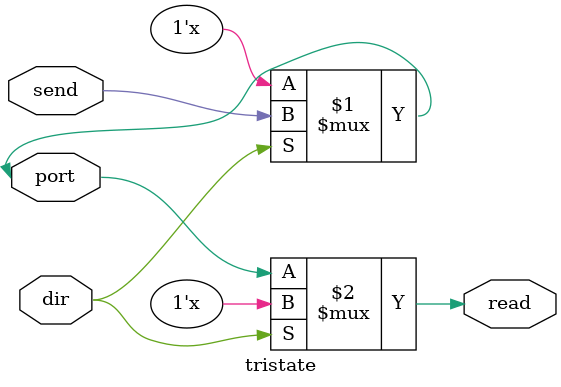
<source format=v>
module tristate(
	inout port,
	input dir,
	input send,
	output read
);

assign port = dir ? send : 1'bZ;
assign read = dir ? 1'bZ : port;

endmodule

</source>
